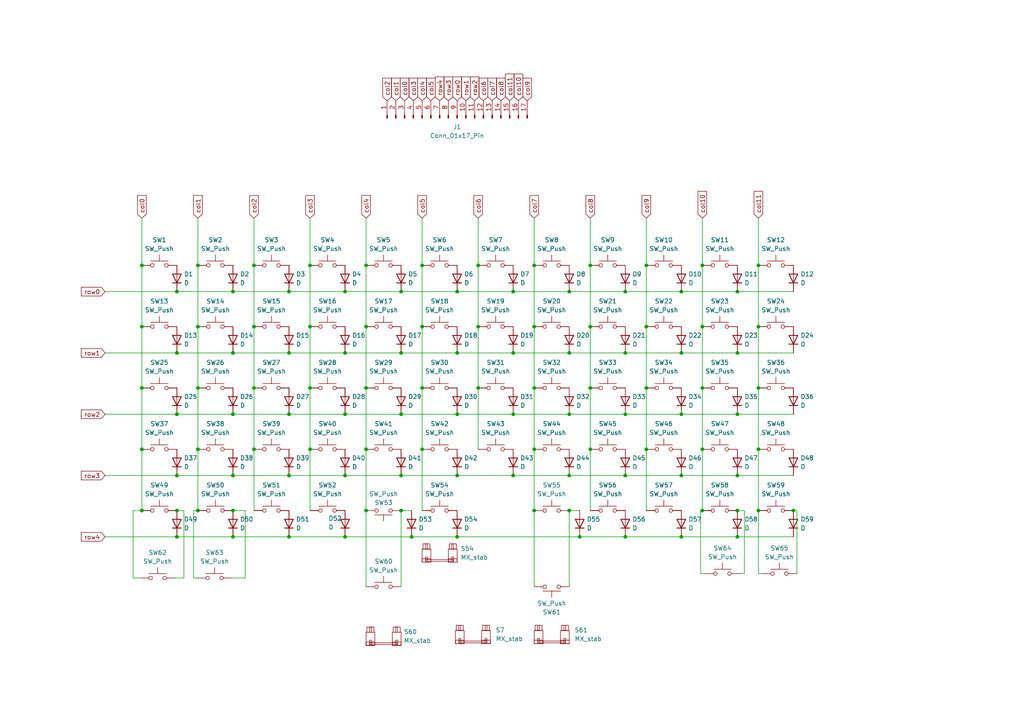
<source format=kicad_sch>
(kicad_sch (version 20231120) (generator "eeschema") (generator_version "8.0")
  (paper "A4")
  (title_block (title "Form Zero") (rev "0.1"))
  (junction (at 106.172 112.522))
  (junction (at 213.868 102.362))
  (junction (at 197.612 102.362))
  (junction (at 57.404 94.742))
  (junction (at 122.428 112.522))
  (junction (at 57.404 148.082))
  (junction (at 100.076 137.922))
  (junction (at 165.1 84.582))
  (junction (at 171.196 94.742))
  (junction (at 122.428 130.302))
  (junction (at 73.66 112.522))
  (junction (at 138.684 112.522))
  (junction (at 181.356 84.582))
  (junction (at 73.66 130.302))
  (junction (at 73.66 76.962))
  (junction (at 89.916 130.302))
  (junction (at 171.196 130.302))
  (junction (at 73.66 94.742))
  (junction (at 203.708 112.522))
  (junction (at 116.332 102.362))
  (junction (at 67.564 102.362))
  (junction (at 100.076 155.702))
  (junction (at 187.452 130.302))
  (junction (at 83.82 155.702))
  (junction (at 51.308 137.922))
  (junction (at 106.172 130.302))
  (junction (at 116.332 137.922))
  (junction (at 41.148 94.742))
  (junction (at 132.588 155.702))
  (junction (at 197.612 84.582))
  (junction (at 181.356 155.702))
  (junction (at 67.564 148.082))
  (junction (at 132.588 137.922))
  (junction (at 219.964 148.082))
  (junction (at 67.564 84.582))
  (junction (at 106.172 76.962))
  (junction (at 181.356 102.362))
  (junction (at 197.612 155.702))
  (junction (at 132.588 102.362))
  (junction (at 148.844 120.142))
  (junction (at 187.452 112.522))
  (junction (at 51.308 84.582))
  (junction (at 171.196 112.522))
  (junction (at 187.452 94.742))
  (junction (at 154.94 94.742))
  (junction (at 165.1 102.362))
  (junction (at 148.844 102.362))
  (junction (at 203.708 148.082))
  (junction (at 106.172 94.742))
  (junction (at 100.076 120.142))
  (junction (at 187.452 76.962))
  (junction (at 106.172 148.082))
  (junction (at 181.356 137.922))
  (junction (at 138.684 76.962))
  (junction (at 219.964 112.522))
  (junction (at 116.332 148.082))
  (junction (at 213.868 84.582))
  (junction (at 116.332 84.582))
  (junction (at 203.708 94.742))
  (junction (at 57.404 112.522))
  (junction (at 138.684 94.742))
  (junction (at 165.1 120.142))
  (junction (at 51.308 148.082))
  (junction (at 67.564 120.142))
  (junction (at 51.308 102.362))
  (junction (at 57.404 76.962))
  (junction (at 154.94 112.522))
  (junction (at 154.94 130.302))
  (junction (at 213.868 137.922))
  (junction (at 41.148 148.082))
  (junction (at 67.564 155.702))
  (junction (at 100.076 84.582))
  (junction (at 168.148 155.702))
  (junction (at 230.124 148.082))
  (junction (at 171.196 76.962))
  (junction (at 100.076 102.362))
  (junction (at 122.428 76.962))
  (junction (at 219.964 76.962))
  (junction (at 219.964 94.742))
  (junction (at 51.308 155.702))
  (junction (at 154.94 148.082))
  (junction (at 148.844 137.922))
  (junction (at 83.82 137.922))
  (junction (at 41.148 130.302))
  (junction (at 213.868 148.082))
  (junction (at 132.588 84.582))
  (junction (at 89.916 76.962))
  (junction (at 41.148 112.522))
  (junction (at 57.404 130.302))
  (junction (at 51.308 120.142))
  (junction (at 83.82 84.582))
  (junction (at 122.428 94.742))
  (junction (at 181.356 120.142))
  (junction (at 89.916 94.742))
  (junction (at 89.916 112.522))
  (junction (at 119.38 155.702))
  (junction (at 203.708 76.962))
  (junction (at 213.868 155.702))
  (junction (at 41.148 76.962))
  (junction (at 83.82 102.362))
  (junction (at 219.964 130.302))
  (junction (at 197.612 120.142))
  (junction (at 213.868 120.142))
  (junction (at 67.564 137.922))
  (junction (at 148.844 84.582))
  (junction (at 154.94 76.962))
  (junction (at 116.332 120.142))
  (junction (at 203.708 130.302))
  (junction (at 83.82 120.142))
  (junction (at 165.1 137.922))
  (junction (at 197.612 137.922))
  (junction (at 132.588 120.142))
  (junction (at 165.1 148.082))
  (wire (pts (xy 187.452 76.962) (xy 187.452 94.742)))
  (wire (pts (xy 231.14 166.37) (xy 231.14 148.082)))
  (wire (pts (xy 83.82 155.702) (xy 100.076 155.702)))
  (wire (pts (xy 57.404 76.962) (xy 57.404 94.742)))
  (wire (pts (xy 138.684 94.742) (xy 138.684 112.522)))
  (wire (pts (xy 89.916 112.522) (xy 89.916 130.302)))
  (wire (pts (xy 106.172 112.522) (xy 106.172 130.302)))
  (wire (pts (xy 56.134 148.082) (xy 57.404 148.082)))
  (wire (pts (xy 67.564 155.702) (xy 83.82 155.702)))
  (wire (pts (xy 67.564 120.142) (xy 83.82 120.142)))
  (wire (pts (xy 53.34 148.082) (xy 51.308 148.082)))
  (wire (pts (xy 67.564 102.362) (xy 83.82 102.362)))
  (wire (pts (xy 106.172 63.246) (xy 106.172 76.962)))
  (wire (pts (xy 106.172 130.302) (xy 106.172 148.082)))
  (wire (pts (xy 73.66 130.302) (xy 73.66 148.082)))
  (wire (pts (xy 215.9 148.082) (xy 215.9 166.37)))
  (wire (pts (xy 67.564 84.582) (xy 83.82 84.582)))
  (wire (pts (xy 138.684 76.962) (xy 138.684 94.742)))
  (wire (pts (xy 73.66 112.522) (xy 73.66 130.302)))
  (wire (pts (xy 231.14 148.082) (xy 230.124 148.082)))
  (wire (pts (xy 148.844 120.142) (xy 165.1 120.142)))
  (wire (pts (xy 38.608 167.64) (xy 40.64 167.64)))
  (wire (pts (xy 203.708 130.302) (xy 203.708 148.082)))
  (wire (pts (xy 83.82 120.142) (xy 100.076 120.142)))
  (wire (pts (xy 171.196 63.246) (xy 171.196 76.962)))
  (wire (pts (xy 30.48 137.922) (xy 51.308 137.922)))
  (wire (pts (xy 132.588 155.702) (xy 168.148 155.702)))
  (wire (pts (xy 203.2 148.082) (xy 203.2 166.37)))
  (wire (pts (xy 168.148 148.082) (xy 165.1 148.082)))
  (wire (pts (xy 83.82 84.582) (xy 100.076 84.582)))
  (wire (pts (xy 168.148 155.702) (xy 181.356 155.702)))
  (wire (pts (xy 53.34 167.64) (xy 50.8 167.64)))
  (wire (pts (xy 197.612 84.582) (xy 213.868 84.582)))
  (wire (pts (xy 154.94 148.082) (xy 154.94 170.18)))
  (wire (pts (xy 187.452 112.522) (xy 187.452 130.302)))
  (wire (pts (xy 203.708 112.522) (xy 203.708 130.302)))
  (wire (pts (xy 71.12 167.64) (xy 67.31 167.64)))
  (wire (pts (xy 214.63 166.37) (xy 215.9 166.37)))
  (wire (pts (xy 181.356 137.922) (xy 197.612 137.922)))
  (wire (pts (xy 219.964 76.962) (xy 219.964 94.742)))
  (wire (pts (xy 71.12 148.082) (xy 67.564 148.082)))
  (wire (pts (xy 119.38 155.702) (xy 132.588 155.702)))
  (wire (pts (xy 73.66 63.246) (xy 73.66 76.962)))
  (wire (pts (xy 203.708 63.246) (xy 203.708 76.962)))
  (wire (pts (xy 116.332 137.922) (xy 132.588 137.922)))
  (wire (pts (xy 100.076 84.582) (xy 116.332 84.582)))
  (wire (pts (xy 30.48 84.582) (xy 51.308 84.582)))
  (wire (pts (xy 41.148 76.962) (xy 41.148 94.742)))
  (wire (pts (xy 57.404 94.742) (xy 57.404 112.522)))
  (wire (pts (xy 116.332 148.082) (xy 119.38 148.082)))
  (wire (pts (xy 30.48 102.362) (xy 51.308 102.362)))
  (wire (pts (xy 41.148 63.246) (xy 41.148 76.962)))
  (wire (pts (xy 213.868 84.582) (xy 230.124 84.582)))
  (wire (pts (xy 187.452 130.302) (xy 187.452 148.082)))
  (wire (pts (xy 116.332 84.582) (xy 132.588 84.582)))
  (wire (pts (xy 219.964 63.246) (xy 219.964 76.962)))
  (wire (pts (xy 89.916 63.246) (xy 89.916 76.962)))
  (wire (pts (xy 203.708 148.082) (xy 203.2 148.082)))
  (wire (pts (xy 89.916 130.302) (xy 89.916 148.082)))
  (wire (pts (xy 122.428 130.302) (xy 122.428 148.082)))
  (wire (pts (xy 89.916 94.742) (xy 89.916 112.522)))
  (wire (pts (xy 116.332 102.362) (xy 132.588 102.362)))
  (wire (pts (xy 53.34 167.64) (xy 53.34 148.082)))
  (wire (pts (xy 187.452 63.246) (xy 187.452 76.962)))
  (wire (pts (xy 51.308 155.702) (xy 67.564 155.702)))
  (wire (pts (xy 138.684 112.522) (xy 138.684 130.302)))
  (wire (pts (xy 100.076 120.142) (xy 116.332 120.142)))
  (wire (pts (xy 38.608 148.082) (xy 41.148 148.082)))
  (wire (pts (xy 83.82 137.922) (xy 100.076 137.922)))
  (wire (pts (xy 148.844 84.582) (xy 165.1 84.582)))
  (wire (pts (xy 51.308 102.362) (xy 67.564 102.362)))
  (wire (pts (xy 219.964 166.37) (xy 220.98 166.37)))
  (wire (pts (xy 213.868 120.142) (xy 230.124 120.142)))
  (wire (pts (xy 30.48 120.142) (xy 51.308 120.142)))
  (wire (pts (xy 181.356 102.362) (xy 197.612 102.362)))
  (wire (pts (xy 154.94 76.962) (xy 154.94 94.742)))
  (wire (pts (xy 181.356 84.582) (xy 197.612 84.582)))
  (wire (pts (xy 57.404 63.246) (xy 57.404 76.962)))
  (wire (pts (xy 165.1 84.582) (xy 181.356 84.582)))
  (wire (pts (xy 132.588 120.142) (xy 148.844 120.142)))
  (wire (pts (xy 106.172 148.082) (xy 106.172 170.18)))
  (wire (pts (xy 100.076 155.702) (xy 119.38 155.702)))
  (wire (pts (xy 219.964 148.082) (xy 219.964 166.37)))
  (wire (pts (xy 100.076 102.362) (xy 116.332 102.362)))
  (wire (pts (xy 132.588 84.582) (xy 148.844 84.582)))
  (wire (pts (xy 213.868 137.922) (xy 230.124 137.922)))
  (wire (pts (xy 73.66 76.962) (xy 73.66 94.742)))
  (wire (pts (xy 83.82 102.362) (xy 100.076 102.362)))
  (wire (pts (xy 106.172 94.742) (xy 106.172 112.522)))
  (wire (pts (xy 57.404 112.522) (xy 57.404 130.302)))
  (wire (pts (xy 38.608 148.082) (xy 38.608 167.64)))
  (wire (pts (xy 116.332 120.142) (xy 132.588 120.142)))
  (wire (pts (xy 122.428 94.742) (xy 122.428 112.522)))
  (wire (pts (xy 171.196 112.522) (xy 171.196 130.302)))
  (wire (pts (xy 165.1 102.362) (xy 181.356 102.362)))
  (wire (pts (xy 41.148 112.522) (xy 41.148 130.302)))
  (wire (pts (xy 30.48 155.702) (xy 51.308 155.702)))
  (wire (pts (xy 56.134 148.082) (xy 56.134 167.64)))
  (wire (pts (xy 171.196 130.302) (xy 171.196 148.082)))
  (wire (pts (xy 187.452 94.742) (xy 187.452 112.522)))
  (wire (pts (xy 138.684 63.246) (xy 138.684 76.962)))
  (wire (pts (xy 51.308 84.582) (xy 67.564 84.582)))
  (wire (pts (xy 148.844 137.922) (xy 165.1 137.922)))
  (wire (pts (xy 100.076 137.922) (xy 116.332 137.922)))
  (wire (pts (xy 122.428 63.246) (xy 122.428 76.962)))
  (wire (pts (xy 106.172 76.962) (xy 106.172 94.742)))
  (wire (pts (xy 89.916 76.962) (xy 89.916 94.742)))
  (wire (pts (xy 219.964 94.742) (xy 219.964 112.522)))
  (wire (pts (xy 67.564 137.922) (xy 83.82 137.922)))
  (wire (pts (xy 165.1 120.142) (xy 181.356 120.142)))
  (wire (pts (xy 122.428 112.522) (xy 122.428 130.302)))
  (wire (pts (xy 219.964 130.302) (xy 219.964 148.082)))
  (wire (pts (xy 154.94 63.246) (xy 154.94 76.962)))
  (wire (pts (xy 203.708 94.742) (xy 203.708 112.522)))
  (wire (pts (xy 154.94 112.522) (xy 154.94 130.302)))
  (wire (pts (xy 197.612 137.922) (xy 213.868 137.922)))
  (wire (pts (xy 148.844 102.362) (xy 165.1 102.362)))
  (wire (pts (xy 154.94 130.302) (xy 154.94 148.082)))
  (wire (pts (xy 73.66 94.742) (xy 73.66 112.522)))
  (wire (pts (xy 181.356 155.702) (xy 197.612 155.702)))
  (wire (pts (xy 197.612 102.362) (xy 213.868 102.362)))
  (wire (pts (xy 41.148 130.302) (xy 41.148 148.082)))
  (wire (pts (xy 197.612 120.142) (xy 213.868 120.142)))
  (wire (pts (xy 203.708 76.962) (xy 203.708 94.742)))
  (wire (pts (xy 171.196 94.742) (xy 171.196 112.522)))
  (wire (pts (xy 57.404 130.302) (xy 57.404 148.082)))
  (wire (pts (xy 71.12 167.64) (xy 71.12 148.082)))
  (wire (pts (xy 51.308 120.142) (xy 67.564 120.142)))
  (wire (pts (xy 181.356 120.142) (xy 197.612 120.142)))
  (wire (pts (xy 122.428 76.962) (xy 122.428 94.742)))
  (wire (pts (xy 56.134 167.64) (xy 57.15 167.64)))
  (wire (pts (xy 116.332 148.082) (xy 116.332 170.18)))
  (wire (pts (xy 213.868 148.082) (xy 215.9 148.082)))
  (wire (pts (xy 213.868 102.362) (xy 230.124 102.362)))
  (wire (pts (xy 132.588 102.362) (xy 148.844 102.362)))
  (wire (pts (xy 132.588 137.922) (xy 148.844 137.922)))
  (wire (pts (xy 165.1 137.922) (xy 181.356 137.922)))
  (wire (pts (xy 171.196 76.962) (xy 171.196 94.742)))
  (wire (pts (xy 197.612 155.702) (xy 213.868 155.702)))
  (wire (pts (xy 154.94 94.742) (xy 154.94 112.522)))
  (wire (pts (xy 51.308 137.922) (xy 67.564 137.922)))
  (wire (pts (xy 165.1 148.082) (xy 165.1 170.18)))
  (wire (pts (xy 219.964 112.522) (xy 219.964 130.302)))
  (wire (pts (xy 41.148 94.742) (xy 41.148 112.522)))
  (wire (pts (xy 203.2 166.37) (xy 204.47 166.37)))
  (wire (pts (xy 213.868 155.702) (xy 230.124 155.702)))
  (global_label "col6" (shape input) (at 140.208 29.21 90) (property "Intersheetrefs" "${INTERSHEET_REFS}" (effects (hide yes))))
  (global_label "col9" (shape input) (at 187.452 63.246 90) (property "Intersheetrefs" "${INTERSHEET_REFS}" (effects (hide yes))))
  (global_label "col8" (shape input) (at 171.196 63.246 90) (property "Intersheetrefs" "${INTERSHEET_REFS}" (effects (hide yes))))
  (global_label "col3" (shape input) (at 119.888 29.21 90) (property "Intersheetrefs" "${INTERSHEET_REFS}" (effects (hide yes))))
  (global_label "col1" (shape input) (at 114.808 29.21 90) (property "Intersheetrefs" "${INTERSHEET_REFS}" (effects (hide yes))))
  (global_label "row4" (shape input) (at 127.508 29.21 90) (property "Intersheetrefs" "${INTERSHEET_REFS}" (effects (hide yes))))
  (global_label "row2" (shape input) (at 30.48 120.142 180) (property "Intersheetrefs" "${INTERSHEET_REFS}" (effects (hide yes))))
  (global_label "row0" (shape input) (at 30.48 84.582 180) (property "Intersheetrefs" "${INTERSHEET_REFS}" (effects (hide yes))))
  (global_label "col0" (shape input) (at 117.348 29.21 90) (property "Intersheetrefs" "${INTERSHEET_REFS}" (effects (hide yes))))
  (global_label "col4" (shape input) (at 122.428 29.21 90) (property "Intersheetrefs" "${INTERSHEET_REFS}" (effects (hide yes))))
  (global_label "col1" (shape input) (at 57.404 63.246 90) (property "Intersheetrefs" "${INTERSHEET_REFS}" (effects (hide yes))))
  (global_label "col10" (shape input) (at 150.368 29.21 90) (property "Intersheetrefs" "${INTERSHEET_REFS}" (effects (hide yes))))
  (global_label "col9" (shape input) (at 152.908 29.21 90) (property "Intersheetrefs" "${INTERSHEET_REFS}" (effects (hide yes))))
  (global_label "col2" (shape input) (at 73.66 63.246 90) (property "Intersheetrefs" "${INTERSHEET_REFS}" (effects (hide yes))))
  (global_label "col11" (shape input) (at 147.828 29.21 90) (property "Intersheetrefs" "${INTERSHEET_REFS}" (effects (hide yes))))
  (global_label "col7" (shape input) (at 154.94 63.246 90) (property "Intersheetrefs" "${INTERSHEET_REFS}" (effects (hide yes))))
  (global_label "col8" (shape input) (at 145.288 29.21 90) (property "Intersheetrefs" "${INTERSHEET_REFS}" (effects (hide yes))))
  (global_label "row0" (shape input) (at 132.588 29.21 90) (property "Intersheetrefs" "${INTERSHEET_REFS}" (effects (hide yes))))
  (global_label "col5" (shape input) (at 122.428 63.246 90) (property "Intersheetrefs" "${INTERSHEET_REFS}" (effects (hide yes))))
  (global_label "row1" (shape input) (at 135.128 29.21 90) (property "Intersheetrefs" "${INTERSHEET_REFS}" (effects (hide yes))))
  (global_label "col10" (shape input) (at 203.708 63.246 90) (property "Intersheetrefs" "${INTERSHEET_REFS}" (effects (hide yes))))
  (global_label "row3" (shape input) (at 130.048 29.21 90) (property "Intersheetrefs" "${INTERSHEET_REFS}" (effects (hide yes))))
  (global_label "col6" (shape input) (at 138.684 63.246 90) (property "Intersheetrefs" "${INTERSHEET_REFS}" (effects (hide yes))))
  (global_label "col0" (shape input) (at 41.148 63.246 90) (property "Intersheetrefs" "${INTERSHEET_REFS}" (effects (hide yes))))
  (global_label "col3" (shape input) (at 89.916 63.246 90) (property "Intersheetrefs" "${INTERSHEET_REFS}" (effects (hide yes))))
  (global_label "row2" (shape input) (at 137.668 29.21 90) (property "Intersheetrefs" "${INTERSHEET_REFS}" (effects (hide yes))))
  (global_label "col2" (shape input) (at 112.268 29.21 90) (property "Intersheetrefs" "${INTERSHEET_REFS}" (effects (hide yes))))
  (global_label "col11" (shape input) (at 219.964 63.246 90) (property "Intersheetrefs" "${INTERSHEET_REFS}" (effects (hide yes))))
  (global_label "col4" (shape input) (at 106.172 63.246 90) (property "Intersheetrefs" "${INTERSHEET_REFS}" (effects (hide yes))))
  (global_label "row4" (shape input) (at 30.48 155.702 180) (property "Intersheetrefs" "${INTERSHEET_REFS}" (effects (hide yes))))
  (global_label "col7" (shape input) (at 142.748 29.21 90) (property "Intersheetrefs" "${INTERSHEET_REFS}" (effects (hide yes))))
  (global_label "row1" (shape input) (at 30.48 102.362 180) (property "Intersheetrefs" "${INTERSHEET_REFS}" (effects (hide yes))))
  (global_label "row3" (shape input) (at 30.48 137.922 180) (property "Intersheetrefs" "${INTERSHEET_REFS}" (effects (hide yes))))
  (global_label "col5" (shape input) (at 124.968 29.21 90) (property "Intersheetrefs" "${INTERSHEET_REFS}" (effects (hide yes))))
  (symbol (lib_id "Device:D") (at 132.588 116.332 90) (unit 1)
    (property "Reference" "D30" (at 134.62 115.062 90) (effects (justify right)))
    (property "Value" "D" (at 134.62 117.602 90) (effects (justify right)))
    (property "Footprint" "kbd:D3_TH_SMD_v2" (effects (hide yes)))
    (property "Sim.Device" "D" (effects (hide yes)))
    (property "Sim.Pins" "1=K 2=A" (effects (hide yes)))
  )
  (symbol (lib_id "Switch:SW_Push") (at 78.74 94.742 0) (unit 1)
    (property "Reference" "SW15" (at 78.74 87.376 0))
    (property "Value" "SW_Push" (at 78.74 89.916 0))
    (property "Footprint" "marbastlib-mx:SW_MX_HS_CPG151101S11_1u" (effects (hide yes)))
  )
  (symbol (lib_id "Device:D") (at 230.124 98.552 90) (unit 1)
    (property "Reference" "D24" (at 232.156 97.282 90) (effects (justify right)))
    (property "Value" "D" (at 232.156 99.822 90) (effects (justify right)))
    (property "Footprint" "kbd:D3_TH_SMD_v2" (effects (hide yes)))
    (property "Sim.Device" "D" (effects (hide yes)))
    (property "Sim.Pins" "1=K 2=A" (effects (hide yes)))
  )
  (symbol (lib_id "Device:D") (at 83.82 151.892 90) (unit 1)
    (property "Reference" "D51" (at 85.852 150.622 90) (effects (justify right)))
    (property "Value" "D" (at 85.852 153.162 90) (effects (justify right)))
    (property "Footprint" "kbd:D3_TH_SMD_v2" (effects (hide yes)))
    (property "Sim.Device" "D" (effects (hide yes)))
    (property "Sim.Pins" "1=K 2=A" (effects (hide yes)))
  )
  (symbol (lib_id "Switch:SW_Push") (at 176.276 76.962 0) (unit 1)
    (property "Reference" "SW9" (at 176.276 69.596 0))
    (property "Value" "SW_Push" (at 176.276 72.136 0))
    (property "Footprint" "marbastlib-mx:SW_MX_HS_CPG151101S11_1u" (effects (hide yes)))
  )
  (symbol (lib_id "Device:D") (at 83.82 116.332 90) (unit 1)
    (property "Reference" "D27" (at 85.852 115.062 90) (effects (justify right)))
    (property "Value" "D" (at 85.852 117.602 90) (effects (justify right)))
    (property "Footprint" "kbd:D3_TH_SMD_v2" (effects (hide yes)))
    (property "Sim.Device" "D" (effects (hide yes)))
    (property "Sim.Pins" "1=K 2=A" (effects (hide yes)))
  )
  (symbol (lib_id "Device:D") (at 213.868 151.892 90) (unit 1)
    (property "Reference" "D58" (at 215.9 150.622 90) (effects (justify right)))
    (property "Value" "D" (at 215.9 153.162 90) (effects (justify right)))
    (property "Footprint" "kbd:D3_TH_SMD_v2" (effects (hide yes)))
    (property "Sim.Device" "D" (effects (hide yes)))
    (property "Sim.Pins" "1=K 2=A" (effects (hide yes)))
  )
  (symbol (lib_id "Switch:SW_Push") (at 46.228 76.962 0) (unit 1)
    (property "Reference" "SW1" (at 46.228 69.596 0))
    (property "Value" "SW_Push" (at 46.228 72.136 0))
    (property "Footprint" "marbastlib-mx:SW_MX_HS_CPG151101S11_1u" (effects (hide yes)))
  )
  (symbol (lib_id "Device:D") (at 100.076 116.332 90) (unit 1)
    (property "Reference" "D28" (at 102.108 115.062 90) (effects (justify right)))
    (property "Value" "D" (at 102.108 117.602 90) (effects (justify right)))
    (property "Footprint" "kbd:D3_TH_SMD_v2" (effects (hide yes)))
    (property "Sim.Device" "D" (effects (hide yes)))
    (property "Sim.Pins" "1=K 2=A" (effects (hide yes)))
  )
  (symbol (lib_id "Switch:SW_Push") (at 192.532 148.082 0) (unit 1)
    (property "Reference" "SW57" (at 192.532 140.716 0))
    (property "Value" "SW_Push" (at 192.532 143.256 0))
    (property "Footprint" "marbastlib-mx:SW_MX_HS_CPG151101S11_1u" (effects (hide yes)))
  )
  (symbol (lib_id "Device:D") (at 67.564 116.332 90) (unit 1)
    (property "Reference" "D26" (at 69.596 115.062 90) (effects (justify right)))
    (property "Value" "D" (at 69.596 117.602 90) (effects (justify right)))
    (property "Footprint" "kbd:D3_TH_SMD_v2" (effects (hide yes)))
    (property "Sim.Device" "D" (effects (hide yes)))
    (property "Sim.Pins" "1=K 2=A" (effects (hide yes)))
  )
  (symbol (lib_id "Device:D") (at 132.588 134.112 90) (unit 1)
    (property "Reference" "D42" (at 134.62 132.842 90) (effects (justify right)))
    (property "Value" "D" (at 134.62 135.382 90) (effects (justify right)))
    (property "Footprint" "kbd:D3_TH_SMD_v2" (effects (hide yes)))
    (property "Sim.Device" "D" (effects (hide yes)))
    (property "Sim.Pins" "1=K 2=A" (effects (hide yes)))
  )
  (symbol (lib_id "Switch:SW_Push") (at 94.996 148.082 0) (unit 1)
    (property "Reference" "SW52" (at 94.996 140.716 0))
    (property "Value" "SW_Push" (at 94.996 143.256 0))
    (property "Footprint" "marbastlib-mx:SW_MX_HS_CPG151101S11_1u" (effects (hide yes)))
  )
  (symbol (lib_id "Device:D") (at 181.356 151.892 90) (unit 1)
    (property "Reference" "D56" (at 183.388 150.622 90) (effects (justify right)))
    (property "Value" "D" (at 183.388 153.162 90) (effects (justify right)))
    (property "Footprint" "kbd:D3_TH_SMD_v2" (effects (hide yes)))
    (property "Sim.Device" "D" (effects (hide yes)))
    (property "Sim.Pins" "1=K 2=A" (effects (hide yes)))
  )
  (symbol (lib_id "Switch:SW_Push") (at 160.02 76.962 0) (unit 1)
    (property "Reference" "SW8" (at 160.02 69.596 0))
    (property "Value" "SW_Push" (at 160.02 72.136 0))
    (property "Footprint" "marbastlib-mx:SW_MX_HS_CPG151101S11_1u" (effects (hide yes)))
  )
  (symbol (lib_id "Switch:SW_Push") (at 208.788 76.962 0) (unit 1)
    (property "Reference" "SW11" (at 208.788 69.596 0))
    (property "Value" "SW_Push" (at 208.788 72.136 0))
    (property "Footprint" "marbastlib-mx:SW_MX_HS_CPG151101S11_1u" (effects (hide yes)))
  )
  (symbol (lib_id "Switch:SW_Push") (at 111.252 170.18 0) (unit 1)
    (property "Reference" "SW60" (at 111.252 162.814 0))
    (property "Value" "SW_Push" (at 111.252 165.354 0))
    (property "Footprint" "marbastlib-mx:SW_MX_HS_CPG151101S11_1u" (effects (hide yes)))
  )
  (symbol (lib_id "Device:D") (at 148.844 116.332 90) (unit 1)
    (property "Reference" "D31" (at 150.876 115.062 90) (effects (justify right)))
    (property "Value" "D" (at 150.876 117.602 90) (effects (justify right)))
    (property "Footprint" "kbd:D3_TH_SMD_v2" (effects (hide yes)))
    (property "Sim.Device" "D" (effects (hide yes)))
    (property "Sim.Pins" "1=K 2=A" (effects (hide yes)))
  )
  (symbol (lib_id "Switch:SW_Push") (at 127.508 94.742 0) (unit 1)
    (property "Reference" "SW18" (at 127.508 87.376 0))
    (property "Value" "SW_Push" (at 127.508 89.916 0))
    (property "Footprint" "marbastlib-mx:SW_MX_HS_CPG151101S11_1u" (effects (hide yes)))
  )
  (symbol (lib_id "Device:D") (at 197.612 116.332 90) (unit 1)
    (property "Reference" "D34" (at 199.644 115.062 90) (effects (justify right)))
    (property "Value" "D" (at 199.644 117.602 90) (effects (justify right)))
    (property "Footprint" "kbd:D3_TH_SMD_v2" (effects (hide yes)))
    (property "Sim.Device" "D" (effects (hide yes)))
    (property "Sim.Pins" "1=K 2=A" (effects (hide yes)))
  )
  (symbol (lib_id "Switch:SW_Push") (at 62.484 130.302 0) (unit 1)
    (property "Reference" "SW38" (at 62.484 122.936 0))
    (property "Value" "SW_Push" (at 62.484 125.476 0))
    (property "Footprint" "marbastlib-mx:SW_MX_HS_CPG151101S11_1u" (effects (hide yes)))
  )
  (symbol (lib_id "Device:D") (at 213.868 116.332 90) (unit 1)
    (property "Reference" "D35" (at 215.9 115.062 90) (effects (justify right)))
    (property "Value" "D" (at 215.9 117.602 90) (effects (justify right)))
    (property "Footprint" "kbd:D3_TH_SMD_v2" (effects (hide yes)))
    (property "Sim.Device" "D" (effects (hide yes)))
    (property "Sim.Pins" "1=K 2=A" (effects (hide yes)))
  )
  (symbol (lib_id "Switch:SW_Push") (at 192.532 112.522 0) (unit 1)
    (property "Reference" "SW34" (at 192.532 105.156 0))
    (property "Value" "SW_Push" (at 192.532 107.696 0))
    (property "Footprint" "marbastlib-mx:SW_MX_HS_CPG151101S11_1u" (effects (hide yes)))
  )
  (symbol (lib_id "Switch:SW_Push") (at 192.532 94.742 0) (unit 1)
    (property "Reference" "SW22" (at 192.532 87.376 0))
    (property "Value" "SW_Push" (at 192.532 89.916 0))
    (property "Footprint" "marbastlib-mx:SW_MX_HS_CPG151101S11_1u" (effects (hide yes)))
  )
  (symbol (lib_id "Switch:SW_Push") (at 209.55 166.37 0) (unit 1)
    (property "Reference" "SW64" (at 209.55 159.004 0))
    (property "Value" "SW_Push" (at 209.55 161.544 0))
    (property "Footprint" "PCM_marbastlib-mx:SW_MX_HS_CPG151101S11_1.25u" (effects (hide yes)))
  )
  (symbol (lib_id "Device:D") (at 148.844 134.112 90) (unit 1)
    (property "Reference" "D43" (at 150.876 132.842 90) (effects (justify right)))
    (property "Value" "D" (at 150.876 135.382 90) (effects (justify right)))
    (property "Footprint" "kbd:D3_TH_SMD_v2" (effects (hide yes)))
    (property "Sim.Device" "D" (effects (hide yes)))
    (property "Sim.Pins" "1=K 2=A" (effects (hide yes)))
  )
  (symbol (lib_id "Switch:SW_Push") (at 78.74 148.082 0) (unit 1)
    (property "Reference" "SW51" (at 78.74 140.716 0))
    (property "Value" "SW_Push" (at 78.74 143.256 0))
    (property "Footprint" "marbastlib-mx:SW_MX_HS_CPG151101S11_1u" (effects (hide yes)))
  )
  (symbol (lib_id "Device:D") (at 100.076 151.892 90) (unit 1)
    (property "Reference" "D52" (at 95.25 150.368 90) (effects (justify right)))
    (property "Value" "D" (at 95.25 152.908 90) (effects (justify right)))
    (property "Footprint" "kbd:D3_TH_SMD_v2" (effects (hide yes)))
    (property "Sim.Device" "D" (effects (hide yes)))
    (property "Sim.Pins" "1=K 2=A" (effects (hide yes)))
  )
  (symbol (lib_id "Switch:SW_Push") (at 127.508 148.082 0) (unit 1)
    (property "Reference" "SW54" (at 127.508 140.716 0))
    (property "Value" "SW_Push" (at 127.508 143.256 0))
    (property "Footprint" "marbastlib-mx:SW_MX_HS_CPG151101S11_1u" (effects (hide yes)))
  )
  (symbol (lib_id "Device:D") (at 116.332 80.772 90) (unit 1)
    (property "Reference" "D5" (at 118.364 79.502 90) (effects (justify right)))
    (property "Value" "D" (at 118.364 82.042 90) (effects (justify right)))
    (property "Footprint" "kbd:D3_TH_SMD_v2" (effects (hide yes)))
    (property "Sim.Device" "D" (effects (hide yes)))
    (property "Sim.Pins" "1=K 2=A" (effects (hide yes)))
  )
  (symbol (lib_id "Switch:SW_Push") (at 127.508 112.522 0) (unit 1)
    (property "Reference" "SW30" (at 127.508 105.156 0))
    (property "Value" "SW_Push" (at 127.508 107.696 0))
    (property "Footprint" "marbastlib-mx:SW_MX_HS_CPG151101S11_1u" (effects (hide yes)))
  )
  (symbol (lib_id "Switch:SW_Push") (at 111.252 148.082 180) (unit 1)
    (property "Reference" "SW53" (at 111.252 145.796 0))
    (property "Value" "SW_Push" (at 111.252 143.256 0))
    (property "Footprint" "marbastlib-mx:SW_MX_HS_CPG151101S11_1u" (effects (hide yes)))
  )
  (symbol (lib_id "Device:D") (at 165.1 134.112 90) (unit 1)
    (property "Reference" "D44" (at 167.132 132.842 90) (effects (justify right)))
    (property "Value" "D" (at 167.132 135.382 90) (effects (justify right)))
    (property "Footprint" "kbd:D3_TH_SMD_v2" (effects (hide yes)))
    (property "Sim.Device" "D" (effects (hide yes)))
    (property "Sim.Pins" "1=K 2=A" (effects (hide yes)))
  )
  (symbol (lib_id "Switch:SW_Push") (at 225.044 148.082 0) (unit 1)
    (property "Reference" "SW59" (at 225.044 140.716 0))
    (property "Value" "SW_Push" (at 225.044 143.256 0))
    (property "Footprint" "marbastlib-mx:SW_MX_HS_CPG151101S11_1u" (effects (hide yes)))
  )
  (symbol (lib_id "Switch:SW_Push") (at 94.996 130.302 0) (unit 1)
    (property "Reference" "SW40" (at 94.996 122.936 0))
    (property "Value" "SW_Push" (at 94.996 125.476 0))
    (property "Footprint" "marbastlib-mx:SW_MX_HS_CPG151101S11_1u" (effects (hide yes)))
  )
  (symbol (lib_id "Device:D") (at 181.356 80.772 90) (unit 1)
    (property "Reference" "D9" (at 183.388 79.502 90) (effects (justify right)))
    (property "Value" "D" (at 183.388 82.042 90) (effects (justify right)))
    (property "Footprint" "kbd:D3_TH_SMD_v2" (effects (hide yes)))
    (property "Sim.Device" "D" (effects (hide yes)))
    (property "Sim.Pins" "1=K 2=A" (effects (hide yes)))
  )
  (symbol (lib_id "Device:D") (at 168.148 151.892 90) (unit 1)
    (property "Reference" "D55" (at 170.18 150.622 90) (effects (justify right)))
    (property "Value" "D" (at 170.18 153.162 90) (effects (justify right)))
    (property "Footprint" "kbd:D3_TH_SMD_v2" (effects (hide yes)))
    (property "Sim.Device" "D" (effects (hide yes)))
    (property "Sim.Pins" "1=K 2=A" (effects (hide yes)))
  )
  (symbol (lib_id "marbastlib-mx:MX_stab") (at 111.252 184.658 0) (unit 1)
    (property "Reference" "S60" (at 117.094 183.261 0) (effects (justify left)))
    (property "Value" "MX_stab" (at 117.094 185.801 0) (effects (justify left)))
    (property "Footprint" "marbastlib-mx:STAB_MX_2u" (effects (hide yes)))
  )
  (symbol (lib_id "Switch:SW_Push") (at 94.996 94.742 0) (unit 1)
    (property "Reference" "SW16" (at 94.996 87.376 0))
    (property "Value" "SW_Push" (at 94.996 89.916 0))
    (property "Footprint" "marbastlib-mx:SW_MX_HS_CPG151101S11_1u" (effects (hide yes)))
  )
  (symbol (lib_id "Switch:SW_Push") (at 62.484 112.522 0) (unit 1)
    (property "Reference" "SW26" (at 62.484 105.156 0))
    (property "Value" "SW_Push" (at 62.484 107.696 0))
    (property "Footprint" "marbastlib-mx:SW_MX_HS_CPG151101S11_1u" (effects (hide yes)))
  )
  (symbol (lib_id "Switch:SW_Push") (at 127.508 130.302 0) (unit 1)
    (property "Reference" "SW42" (at 127.508 122.936 0))
    (property "Value" "SW_Push" (at 127.508 125.476 0))
    (property "Footprint" "marbastlib-mx:SW_MX_HS_CPG151101S11_1u" (effects (hide yes)))
  )
  (symbol (lib_id "Switch:SW_Push") (at 143.764 112.522 0) (unit 1)
    (property "Reference" "SW31" (at 143.764 105.156 0))
    (property "Value" "SW_Push" (at 143.764 107.696 0))
    (property "Footprint" "marbastlib-mx:SW_MX_HS_CPG151101S11_1u" (effects (hide yes)))
  )
  (symbol (lib_id "Switch:SW_Push") (at 192.532 76.962 0) (unit 1)
    (property "Reference" "SW10" (at 192.532 69.596 0))
    (property "Value" "SW_Push" (at 192.532 72.136 0))
    (property "Footprint" "marbastlib-mx:SW_MX_HS_CPG151101S11_1u" (effects (hide yes)))
  )
  (symbol (lib_id "Switch:SW_Push") (at 45.72 167.64 0) (unit 1)
    (property "Reference" "SW62" (at 45.72 160.274 0))
    (property "Value" "SW_Push" (at 45.72 162.814 0))
    (property "Footprint" "PCM_marbastlib-mx:SW_MX_HS_CPG151101S11_1.25u" (effects (hide yes)))
  )
  (symbol (lib_id "Device:D") (at 197.612 151.892 90) (unit 1)
    (property "Reference" "D57" (at 199.644 150.622 90) (effects (justify right)))
    (property "Value" "D" (at 199.644 153.162 90) (effects (justify right)))
    (property "Footprint" "kbd:D3_TH_SMD_v2" (effects (hide yes)))
    (property "Sim.Device" "D" (effects (hide yes)))
    (property "Sim.Pins" "1=K 2=A" (effects (hide yes)))
  )
  (symbol (lib_id "Switch:SW_Push") (at 46.228 112.522 0) (unit 1)
    (property "Reference" "SW25" (at 46.228 105.156 0))
    (property "Value" "SW_Push" (at 46.228 107.696 0))
    (property "Footprint" "marbastlib-mx:SW_MX_HS_CPG151101S11_1u" (effects (hide yes)))
  )
  (symbol (lib_id "marbastlib-mx:MX_stab") (at 160.02 184.15 0) (unit 1)
    (property "Reference" "S61" (at 166.624 182.753 0) (effects (justify left)))
    (property "Value" "MX_stab" (at 166.624 185.293 0) (effects (justify left)))
    (property "Footprint" "marbastlib-mx:STAB_MX_2u" (effects (hide yes)))
  )
  (symbol (lib_id "Device:D") (at 181.356 98.552 90) (unit 1)
    (property "Reference" "D21" (at 183.388 97.282 90) (effects (justify right)))
    (property "Value" "D" (at 183.388 99.822 90) (effects (justify right)))
    (property "Footprint" "kbd:D3_TH_SMD_v2" (effects (hide yes)))
    (property "Sim.Device" "D" (effects (hide yes)))
    (property "Sim.Pins" "1=K 2=A" (effects (hide yes)))
  )
  (symbol (lib_id "Switch:SW_Push") (at 111.252 112.522 0) (unit 1)
    (property "Reference" "SW29" (at 111.252 105.156 0))
    (property "Value" "SW_Push" (at 111.252 107.696 0))
    (property "Footprint" "marbastlib-mx:SW_MX_HS_CPG151101S11_1u" (effects (hide yes)))
  )
  (symbol (lib_id "Device:D") (at 51.308 98.552 90) (unit 1)
    (property "Reference" "D13" (at 53.34 97.282 90) (effects (justify right)))
    (property "Value" "D" (at 53.34 99.822 90) (effects (justify right)))
    (property "Footprint" "kbd:D3_TH_SMD_v2" (effects (hide yes)))
    (property "Sim.Device" "D" (effects (hide yes)))
    (property "Sim.Pins" "1=K 2=A" (effects (hide yes)))
  )
  (symbol (lib_id "Device:D") (at 83.82 134.112 90) (unit 1)
    (property "Reference" "D39" (at 85.852 132.842 90) (effects (justify right)))
    (property "Value" "D" (at 85.852 135.382 90) (effects (justify right)))
    (property "Footprint" "kbd:D3_TH_SMD_v2" (effects (hide yes)))
    (property "Sim.Device" "D" (effects (hide yes)))
    (property "Sim.Pins" "1=K 2=A" (effects (hide yes)))
  )
  (symbol (lib_id "Switch:SW_Push") (at 78.74 112.522 0) (unit 1)
    (property "Reference" "SW27" (at 78.74 105.156 0))
    (property "Value" "SW_Push" (at 78.74 107.696 0))
    (property "Footprint" "marbastlib-mx:SW_MX_HS_CPG151101S11_1u" (effects (hide yes)))
  )
  (symbol (lib_id "Switch:SW_Push") (at 62.484 94.742 0) (unit 1)
    (property "Reference" "SW14" (at 62.484 87.376 0))
    (property "Value" "SW_Push" (at 62.484 89.916 0))
    (property "Footprint" "marbastlib-mx:SW_MX_HS_CPG151101S11_1u" (effects (hide yes)))
  )
  (symbol (lib_id "Switch:SW_Push") (at 111.252 94.742 0) (unit 1)
    (property "Reference" "SW17" (at 111.252 87.376 0))
    (property "Value" "SW_Push" (at 111.252 89.916 0))
    (property "Footprint" "marbastlib-mx:SW_MX_HS_CPG151101S11_1u" (effects (hide yes)))
  )
  (symbol (lib_id "Device:D") (at 132.588 98.552 90) (unit 1)
    (property "Reference" "D18" (at 134.62 97.282 90) (effects (justify right)))
    (property "Value" "D" (at 134.62 99.822 90) (effects (justify right)))
    (property "Footprint" "kbd:D3_TH_SMD_v2" (effects (hide yes)))
    (property "Sim.Device" "D" (effects (hide yes)))
    (property "Sim.Pins" "1=K 2=A" (effects (hide yes)))
  )
  (symbol (lib_id "Device:D") (at 230.124 116.332 90) (unit 1)
    (property "Reference" "D36" (at 232.156 115.062 90) (effects (justify right)))
    (property "Value" "D" (at 232.156 117.602 90) (effects (justify right)))
    (property "Footprint" "kbd:D3_TH_SMD_v2" (effects (hide yes)))
    (property "Sim.Device" "D" (effects (hide yes)))
    (property "Sim.Pins" "1=K 2=A" (effects (hide yes)))
  )
  (symbol (lib_id "Switch:SW_Push") (at 143.764 130.302 0) (unit 1)
    (property "Reference" "SW43" (at 143.764 122.936 0))
    (property "Value" "SW_Push" (at 143.764 125.476 0))
    (property "Footprint" "marbastlib-mx:SW_MX_HS_CPG151101S11_1u" (effects (hide yes)))
  )
  (symbol (lib_id "Device:D") (at 67.564 80.772 90) (unit 1)
    (property "Reference" "D2" (at 69.596 79.502 90) (effects (justify right)))
    (property "Value" "D" (at 69.596 82.042 90) (effects (justify right)))
    (property "Footprint" "kbd:D3_TH_SMD_v2" (effects (hide yes)))
    (property "Sim.Device" "D" (effects (hide yes)))
    (property "Sim.Pins" "1=K 2=A" (effects (hide yes)))
  )
  (symbol (lib_id "Device:D") (at 119.38 151.892 90) (unit 1)
    (property "Reference" "D53" (at 121.412 150.622 90) (effects (justify right)))
    (property "Value" "D" (at 121.412 153.162 90) (effects (justify right)))
    (property "Footprint" "kbd:D3_TH_SMD_v2" (effects (hide yes)))
    (property "Sim.Device" "D" (effects (hide yes)))
    (property "Sim.Pins" "1=K 2=A" (effects (hide yes)))
  )
  (symbol (lib_id "Switch:SW_Push") (at 225.044 112.522 0) (unit 1)
    (property "Reference" "SW36" (at 225.044 105.156 0))
    (property "Value" "SW_Push" (at 225.044 107.696 0))
    (property "Footprint" "marbastlib-mx:SW_MX_HS_CPG151101S11_1u" (effects (hide yes)))
  )
  (symbol (lib_id "Device:D") (at 116.332 134.112 90) (unit 1)
    (property "Reference" "D41" (at 118.364 132.842 90) (effects (justify right)))
    (property "Value" "D" (at 118.364 135.382 90) (effects (justify right)))
    (property "Footprint" "kbd:D3_TH_SMD_v2" (effects (hide yes)))
    (property "Sim.Device" "D" (effects (hide yes)))
    (property "Sim.Pins" "1=K 2=A" (effects (hide yes)))
  )
  (symbol (lib_id "Device:D") (at 132.588 151.892 90) (unit 1)
    (property "Reference" "D54" (at 134.62 150.622 90) (effects (justify right)))
    (property "Value" "D" (at 134.62 153.162 90) (effects (justify right)))
    (property "Footprint" "kbd:D3_TH_SMD_v2" (effects (hide yes)))
    (property "Sim.Device" "D" (effects (hide yes)))
    (property "Sim.Pins" "1=K 2=A" (effects (hide yes)))
  )
  (symbol (lib_id "Switch:SW_Push") (at 143.764 94.742 0) (unit 1)
    (property "Reference" "SW19" (at 143.764 87.376 0))
    (property "Value" "SW_Push" (at 143.764 89.916 0))
    (property "Footprint" "marbastlib-mx:SW_MX_HS_CPG151101S11_1u" (effects (hide yes)))
  )
  (symbol (lib_id "Switch:SW_Push") (at 225.044 76.962 0) (unit 1)
    (property "Reference" "SW12" (at 225.044 69.596 0))
    (property "Value" "SW_Push" (at 225.044 72.136 0))
    (property "Footprint" "marbastlib-mx:SW_MX_HS_CPG151101S11_1u" (effects (hide yes)))
  )
  (symbol (lib_id "Device:D") (at 197.612 80.772 90) (unit 1)
    (property "Reference" "D10" (at 199.644 79.502 90) (effects (justify right)))
    (property "Value" "D" (at 199.644 82.042 90) (effects (justify right)))
    (property "Footprint" "kbd:D3_TH_SMD_v2" (effects (hide yes)))
    (property "Sim.Device" "D" (effects (hide yes)))
    (property "Sim.Pins" "1=K 2=A" (effects (hide yes)))
  )
  (symbol (lib_id "Device:D") (at 181.356 116.332 90) (unit 1)
    (property "Reference" "D33" (at 183.388 115.062 90) (effects (justify right)))
    (property "Value" "D" (at 183.388 117.602 90) (effects (justify right)))
    (property "Footprint" "kbd:D3_TH_SMD_v2" (effects (hide yes)))
    (property "Sim.Device" "D" (effects (hide yes)))
    (property "Sim.Pins" "1=K 2=A" (effects (hide yes)))
  )
  (symbol (lib_id "Switch:SW_Push") (at 160.02 112.522 0) (unit 1)
    (property "Reference" "SW32" (at 160.02 105.156 0))
    (property "Value" "SW_Push" (at 160.02 107.696 0))
    (property "Footprint" "marbastlib-mx:SW_MX_HS_CPG151101S11_1u" (effects (hide yes)))
  )
  (symbol (lib_id "Switch:SW_Push") (at 62.23 167.64 0) (unit 1)
    (property "Reference" "SW63" (at 62.23 160.274 0))
    (property "Value" "SW_Push" (at 62.23 162.814 0))
    (property "Footprint" "PCM_marbastlib-mx:SW_MX_HS_CPG151101S11_1.25u" (effects (hide yes)))
  )
  (symbol (lib_id "Device:D") (at 148.844 98.552 90) (unit 1)
    (property "Reference" "D19" (at 150.876 97.282 90) (effects (justify right)))
    (property "Value" "D" (at 150.876 99.822 90) (effects (justify right)))
    (property "Footprint" "kbd:D3_TH_SMD_v2" (effects (hide yes)))
    (property "Sim.Device" "D" (effects (hide yes)))
    (property "Sim.Pins" "1=K 2=A" (effects (hide yes)))
  )
  (symbol (lib_id "Switch:SW_Push") (at 192.532 130.302 0) (unit 1)
    (property "Reference" "SW46" (at 192.532 122.936 0))
    (property "Value" "SW_Push" (at 192.532 125.476 0))
    (property "Footprint" "marbastlib-mx:SW_MX_HS_CPG151101S11_1u" (effects (hide yes)))
  )
  (symbol (lib_id "Device:D") (at 197.612 134.112 90) (unit 1)
    (property "Reference" "D46" (at 199.644 132.842 90) (effects (justify right)))
    (property "Value" "D" (at 199.644 135.382 90) (effects (justify right)))
    (property "Footprint" "kbd:D3_TH_SMD_v2" (effects (hide yes)))
    (property "Sim.Device" "D" (effects (hide yes)))
    (property "Sim.Pins" "1=K 2=A" (effects (hide yes)))
  )
  (symbol (lib_id "Device:D") (at 165.1 98.552 90) (unit 1)
    (property "Reference" "D20" (at 167.132 97.282 90) (effects (justify right)))
    (property "Value" "D" (at 167.132 99.822 90) (effects (justify right)))
    (property "Footprint" "kbd:D3_TH_SMD_v2" (effects (hide yes)))
    (property "Sim.Device" "D" (effects (hide yes)))
    (property "Sim.Pins" "1=K 2=A" (effects (hide yes)))
  )
  (symbol (lib_id "Device:D") (at 51.308 151.892 90) (unit 1)
    (property "Reference" "D49" (at 53.34 150.622 90) (effects (justify right)))
    (property "Value" "D" (at 53.34 153.162 90) (effects (justify right)))
    (property "Footprint" "kbd:D3_TH_SMD_v2" (effects (hide yes)))
    (property "Sim.Device" "D" (effects (hide yes)))
    (property "Sim.Pins" "1=K 2=A" (effects (hide yes)))
  )
  (symbol (lib_id "Switch:SW_Push") (at 208.788 148.082 0) (unit 1)
    (property "Reference" "SW58" (at 208.788 140.716 0))
    (property "Value" "SW_Push" (at 208.788 143.256 0))
    (property "Footprint" "marbastlib-mx:SW_MX_HS_CPG151101S11_1u" (effects (hide yes)))
  )
  (symbol (lib_id "Device:D") (at 116.332 98.552 90) (unit 1)
    (property "Reference" "D17" (at 118.364 97.282 90) (effects (justify right)))
    (property "Value" "D" (at 118.364 99.822 90) (effects (justify right)))
    (property "Footprint" "kbd:D3_TH_SMD_v2" (effects (hide yes)))
    (property "Sim.Device" "D" (effects (hide yes)))
    (property "Sim.Pins" "1=K 2=A" (effects (hide yes)))
  )
  (symbol (lib_id "Device:D") (at 67.564 151.892 90) (unit 1)
    (property "Reference" "D50" (at 69.596 150.622 90) (effects (justify right)))
    (property "Value" "D" (at 69.596 153.162 90) (effects (justify right)))
    (property "Footprint" "kbd:D3_TH_SMD_v2" (effects (hide yes)))
    (property "Sim.Device" "D" (effects (hide yes)))
    (property "Sim.Pins" "1=K 2=A" (effects (hide yes)))
  )
  (symbol (lib_id "Switch:SW_Push") (at 225.044 94.742 0) (unit 1)
    (property "Reference" "SW24" (at 225.044 87.376 0))
    (property "Value" "SW_Push" (at 225.044 89.916 0))
    (property "Footprint" "marbastlib-mx:SW_MX_HS_CPG151101S11_1u" (effects (hide yes)))
  )
  (symbol (lib_id "Switch:SW_Push") (at 160.02 130.302 0) (unit 1)
    (property "Reference" "SW44" (at 160.02 122.936 0))
    (property "Value" "SW_Push" (at 160.02 125.476 0))
    (property "Footprint" "marbastlib-mx:SW_MX_HS_CPG151101S11_1u" (effects (hide yes)))
  )
  (symbol (lib_id "Switch:SW_Push") (at 62.484 148.082 0) (unit 1)
    (property "Reference" "SW50" (at 62.484 140.716 0))
    (property "Value" "SW_Push" (at 62.484 143.256 0))
    (property "Footprint" "marbastlib-mx:SW_MX_HS_CPG151101S11_1u" (effects (hide yes)))
  )
  (symbol (lib_id "Switch:SW_Push") (at 46.228 130.302 0) (unit 1)
    (property "Reference" "SW37" (at 46.228 122.936 0))
    (property "Value" "SW_Push" (at 46.228 125.476 0))
    (property "Footprint" "marbastlib-mx:SW_MX_HS_CPG151101S11_1u" (effects (hide yes)))
  )
  (symbol (lib_id "Connector:Conn_01x17_Pin") (at 132.588 34.29 90) (unit 1)
    (property "Reference" "J1" (at 132.588 36.83 90))
    (property "Value" "Conn_01x17_Pin" (at 132.588 39.37 90))
    (property "Footprint" "Connector_PinHeader_2.54mm:PinHeader_1x17_P2.54mm_Vertical" (effects (hide yes)))
  )
  (symbol (lib_id "Device:D") (at 148.844 80.772 90) (unit 1)
    (property "Reference" "D7" (at 150.876 79.502 90) (effects (justify right)))
    (property "Value" "D" (at 150.876 82.042 90) (effects (justify right)))
    (property "Footprint" "kbd:D3_TH_SMD_v2" (effects (hide yes)))
    (property "Sim.Device" "D" (effects (hide yes)))
    (property "Sim.Pins" "1=K 2=A" (effects (hide yes)))
  )
  (symbol (lib_id "Switch:SW_Push") (at 78.74 130.302 0) (unit 1)
    (property "Reference" "SW39" (at 78.74 122.936 0))
    (property "Value" "SW_Push" (at 78.74 125.476 0))
    (property "Footprint" "marbastlib-mx:SW_MX_HS_CPG151101S11_1u" (effects (hide yes)))
  )
  (symbol (lib_id "Switch:SW_Push") (at 111.252 130.302 0) (unit 1)
    (property "Reference" "SW41" (at 111.252 122.936 0))
    (property "Value" "SW_Push" (at 111.252 125.476 0))
    (property "Footprint" "marbastlib-mx:SW_MX_HS_CPG151101S11_1u" (effects (hide yes)))
  )
  (symbol (lib_id "Device:D") (at 51.308 134.112 90) (unit 1)
    (property "Reference" "D37" (at 53.34 132.842 90) (effects (justify right)))
    (property "Value" "D" (at 53.34 135.382 90) (effects (justify right)))
    (property "Footprint" "kbd:D3_TH_SMD_v2" (effects (hide yes)))
    (property "Sim.Device" "D" (effects (hide yes)))
    (property "Sim.Pins" "1=K 2=A" (effects (hide yes)))
  )
  (symbol (lib_id "Device:D") (at 165.1 80.772 90) (unit 1)
    (property "Reference" "D8" (at 167.132 79.502 90) (effects (justify right)))
    (property "Value" "D" (at 167.132 82.042 90) (effects (justify right)))
    (property "Footprint" "kbd:D3_TH_SMD_v2" (effects (hide yes)))
    (property "Sim.Device" "D" (effects (hide yes)))
    (property "Sim.Pins" "1=K 2=A" (effects (hide yes)))
  )
  (symbol (lib_id "Switch:SW_Push") (at 176.276 94.742 0) (unit 1)
    (property "Reference" "SW21" (at 176.276 87.376 0))
    (property "Value" "SW_Push" (at 176.276 89.916 0))
    (property "Footprint" "marbastlib-mx:SW_MX_HS_CPG151101S11_1u" (effects (hide yes)))
  )
  (symbol (lib_id "Switch:SW_Push") (at 127.508 76.962 0) (unit 1)
    (property "Reference" "SW6" (at 127.508 69.596 0))
    (property "Value" "SW_Push" (at 127.508 72.136 0))
    (property "Footprint" "marbastlib-mx:SW_MX_HS_CPG151101S11_1u" (effects (hide yes)))
  )
  (symbol (lib_id "Device:D") (at 51.308 116.332 90) (unit 1)
    (property "Reference" "D25" (at 53.34 115.062 90) (effects (justify right)))
    (property "Value" "D" (at 53.34 117.602 90) (effects (justify right)))
    (property "Footprint" "kbd:D3_TH_SMD_v2" (effects (hide yes)))
    (property "Sim.Device" "D" (effects (hide yes)))
    (property "Sim.Pins" "1=K 2=A" (effects (hide yes)))
  )
  (symbol (lib_id "Device:D") (at 83.82 98.552 90) (unit 1)
    (property "Reference" "D15" (at 85.852 97.282 90) (effects (justify right)))
    (property "Value" "D" (at 85.852 99.822 90) (effects (justify right)))
    (property "Footprint" "kbd:D3_TH_SMD_v2" (effects (hide yes)))
    (property "Sim.Device" "D" (effects (hide yes)))
    (property "Sim.Pins" "1=K 2=A" (effects (hide yes)))
  )
  (symbol (lib_id "Switch:SW_Push") (at 226.06 166.37 0) (unit 1)
    (property "Reference" "SW65" (at 226.06 159.004 0))
    (property "Value" "SW_Push" (at 226.06 161.544 0))
    (property "Footprint" "PCM_marbastlib-mx:SW_MX_HS_CPG151101S11_1.25u" (effects (hide yes)))
  )
  (symbol (lib_id "Device:D") (at 213.868 134.112 90) (unit 1)
    (property "Reference" "D47" (at 215.9 132.842 90) (effects (justify right)))
    (property "Value" "D" (at 215.9 135.382 90) (effects (justify right)))
    (property "Footprint" "kbd:D3_TH_SMD_v2" (effects (hide yes)))
    (property "Sim.Device" "D" (effects (hide yes)))
    (property "Sim.Pins" "1=K 2=A" (effects (hide yes)))
  )
  (symbol (lib_id "Switch:SW_Push") (at 208.788 94.742 0) (unit 1)
    (property "Reference" "SW23" (at 208.788 87.376 0))
    (property "Value" "SW_Push" (at 208.788 89.916 0))
    (property "Footprint" "marbastlib-mx:SW_MX_HS_CPG151101S11_1u" (effects (hide yes)))
  )
  (symbol (lib_id "Device:D") (at 181.356 134.112 90) (unit 1)
    (property "Reference" "D45" (at 183.388 132.842 90) (effects (justify right)))
    (property "Value" "D" (at 183.388 135.382 90) (effects (justify right)))
    (property "Footprint" "kbd:D3_TH_SMD_v2" (effects (hide yes)))
    (property "Sim.Device" "D" (effects (hide yes)))
    (property "Sim.Pins" "1=K 2=A" (effects (hide yes)))
  )
  (symbol (lib_id "Switch:SW_Push") (at 160.02 148.082 0) (unit 1)
    (property "Reference" "SW55" (at 160.02 140.716 0))
    (property "Value" "SW_Push" (at 160.02 143.256 0))
    (property "Footprint" "marbastlib-mx:SW_MX_HS_CPG151101S11_1u" (effects (hide yes)))
  )
  (symbol (lib_id "Switch:SW_Push") (at 62.484 76.962 0) (unit 1)
    (property "Reference" "SW2" (at 62.484 69.596 0))
    (property "Value" "SW_Push" (at 62.484 72.136 0))
    (property "Footprint" "marbastlib-mx:SW_MX_HS_CPG151101S11_1u" (effects (hide yes)))
  )
  (symbol (lib_id "Device:D") (at 230.124 80.772 90) (unit 1)
    (property "Reference" "D12" (at 232.156 79.502 90) (effects (justify right)))
    (property "Value" "D" (at 232.156 82.042 90) (effects (justify right)))
    (property "Footprint" "kbd:D3_TH_SMD_v2" (effects (hide yes)))
    (property "Sim.Device" "D" (effects (hide yes)))
    (property "Sim.Pins" "1=K 2=A" (effects (hide yes)))
  )
  (symbol (lib_id "Switch:SW_Push") (at 46.228 94.742 0) (unit 1)
    (property "Reference" "SW13" (at 46.228 87.376 0))
    (property "Value" "SW_Push" (at 46.228 89.916 0))
    (property "Footprint" "marbastlib-mx:SW_MX_HS_CPG151101S11_1u" (effects (hide yes)))
  )
  (symbol (lib_id "Device:D") (at 230.124 151.892 90) (unit 1)
    (property "Reference" "D59" (at 232.156 150.622 90) (effects (justify right)))
    (property "Value" "D" (at 232.156 153.162 90) (effects (justify right)))
    (property "Footprint" "kbd:D3_TH_SMD_v2" (effects (hide yes)))
    (property "Sim.Device" "D" (effects (hide yes)))
    (property "Sim.Pins" "1=K 2=A" (effects (hide yes)))
  )
  (symbol (lib_id "Switch:SW_Push") (at 46.228 148.082 0) (unit 1)
    (property "Reference" "SW49" (at 46.228 140.716 0))
    (property "Value" "SW_Push" (at 46.228 143.256 0))
    (property "Footprint" "marbastlib-mx:SW_MX_HS_CPG151101S11_1u" (effects (hide yes)))
  )
  (symbol (lib_id "Device:D") (at 230.124 134.112 90) (unit 1)
    (property "Reference" "D48" (at 232.156 132.842 90) (effects (justify right)))
    (property "Value" "D" (at 232.156 135.382 90) (effects (justify right)))
    (property "Footprint" "kbd:D3_TH_SMD_v2" (effects (hide yes)))
    (property "Sim.Device" "D" (effects (hide yes)))
    (property "Sim.Pins" "1=K 2=A" (effects (hide yes)))
  )
  (symbol (lib_id "Switch:SW_Push") (at 94.996 76.962 0) (unit 1)
    (property "Reference" "SW4" (at 94.996 69.596 0))
    (property "Value" "SW_Push" (at 94.996 72.136 0))
    (property "Footprint" "marbastlib-mx:SW_MX_HS_CPG151101S11_1u" (effects (hide yes)))
  )
  (symbol (lib_id "Switch:SW_Push") (at 208.788 112.522 0) (unit 1)
    (property "Reference" "SW35" (at 208.788 105.156 0))
    (property "Value" "SW_Push" (at 208.788 107.696 0))
    (property "Footprint" "marbastlib-mx:SW_MX_HS_CPG151101S11_1u" (effects (hide yes)))
  )
  (symbol (lib_id "Device:D") (at 116.332 116.332 90) (unit 1)
    (property "Reference" "D29" (at 118.364 115.062 90) (effects (justify right)))
    (property "Value" "D" (at 118.364 117.602 90) (effects (justify right)))
    (property "Footprint" "kbd:D3_TH_SMD_v2" (effects (hide yes)))
    (property "Sim.Device" "D" (effects (hide yes)))
    (property "Sim.Pins" "1=K 2=A" (effects (hide yes)))
  )
  (symbol (lib_id "Device:D") (at 132.588 80.772 90) (unit 1)
    (property "Reference" "D6" (at 134.62 79.502 90) (effects (justify right)))
    (property "Value" "D" (at 134.62 82.042 90) (effects (justify right)))
    (property "Footprint" "kbd:D3_TH_SMD_v2" (effects (hide yes)))
    (property "Sim.Device" "D" (effects (hide yes)))
    (property "Sim.Pins" "1=K 2=A" (effects (hide yes)))
  )
  (symbol (lib_id "Device:D") (at 197.612 98.552 90) (unit 1)
    (property "Reference" "D22" (at 199.644 97.282 90) (effects (justify right)))
    (property "Value" "D" (at 199.644 99.822 90) (effects (justify right)))
    (property "Footprint" "kbd:D3_TH_SMD_v2" (effects (hide yes)))
    (property "Sim.Device" "D" (effects (hide yes)))
    (property "Sim.Pins" "1=K 2=A" (effects (hide yes)))
  )
  (symbol (lib_id "Device:D") (at 67.564 134.112 90) (unit 1)
    (property "Reference" "D38" (at 69.596 132.842 90) (effects (justify right)))
    (property "Value" "D" (at 69.596 135.382 90) (effects (justify right)))
    (property "Footprint" "kbd:D3_TH_SMD_v2" (effects (hide yes)))
    (property "Sim.Device" "D" (effects (hide yes)))
    (property "Sim.Pins" "1=K 2=A" (effects (hide yes)))
  )
  (symbol (lib_id "marbastlib-mx:MX_stab") (at 127.508 160.528 0) (unit 1)
    (property "Reference" "S54" (at 133.604 159.131 0) (effects (justify left)))
    (property "Value" "MX_stab" (at 133.604 161.671 0) (effects (justify left)))
    (property "Footprint" "marbastlib-mx:STAB_MX_2u" (effects (hide yes)))
  )
  (symbol (lib_id "Device:D") (at 51.308 80.772 90) (unit 1)
    (property "Reference" "D1" (at 53.34 79.502 90) (effects (justify right)))
    (property "Value" "D" (at 53.34 82.042 90) (effects (justify right)))
    (property "Footprint" "kbd:D3_TH_SMD_v2" (effects (hide yes)))
    (property "Sim.Device" "D" (effects (hide yes)))
    (property "Sim.Pins" "1=K 2=A" (effects (hide yes)))
  )
  (symbol (lib_id "Device:D") (at 100.076 98.552 90) (unit 1)
    (property "Reference" "D16" (at 102.108 97.282 90) (effects (justify right)))
    (property "Value" "D" (at 102.108 99.822 90) (effects (justify right)))
    (property "Footprint" "kbd:D3_TH_SMD_v2" (effects (hide yes)))
    (property "Sim.Device" "D" (effects (hide yes)))
    (property "Sim.Pins" "1=K 2=A" (effects (hide yes)))
  )
  (symbol (lib_id "Switch:SW_Push") (at 78.74 76.962 0) (unit 1)
    (property "Reference" "SW3" (at 78.74 69.596 0))
    (property "Value" "SW_Push" (at 78.74 72.136 0))
    (property "Footprint" "marbastlib-mx:SW_MX_HS_CPG151101S11_1u" (effects (hide yes)))
  )
  (symbol (lib_id "Switch:SW_Push") (at 176.276 130.302 0) (unit 1)
    (property "Reference" "SW45" (at 176.276 122.936 0))
    (property "Value" "SW_Push" (at 176.276 125.476 0))
    (property "Footprint" "marbastlib-mx:SW_MX_HS_CPG151101S11_1u" (effects (hide yes)))
  )
  (symbol (lib_id "Device:D") (at 100.076 134.112 90) (unit 1)
    (property "Reference" "D40" (at 102.108 132.842 90) (effects (justify right)))
    (property "Value" "D" (at 102.108 135.382 90) (effects (justify right)))
    (property "Footprint" "kbd:D3_TH_SMD_v2" (effects (hide yes)))
    (property "Sim.Device" "D" (effects (hide yes)))
    (property "Sim.Pins" "1=K 2=A" (effects (hide yes)))
  )
  (symbol (lib_id "Device:D") (at 100.076 80.772 90) (unit 1)
    (property "Reference" "D4" (at 102.108 79.502 90) (effects (justify right)))
    (property "Value" "D" (at 102.108 82.042 90) (effects (justify right)))
    (property "Footprint" "kbd:D3_TH_SMD_v2" (effects (hide yes)))
    (property "Sim.Device" "D" (effects (hide yes)))
    (property "Sim.Pins" "1=K 2=A" (effects (hide yes)))
  )
  (symbol (lib_id "Switch:SW_Push") (at 225.044 130.302 0) (unit 1)
    (property "Reference" "SW48" (at 225.044 122.936 0))
    (property "Value" "SW_Push" (at 225.044 125.476 0))
    (property "Footprint" "marbastlib-mx:SW_MX_HS_CPG151101S11_1u" (effects (hide yes)))
  )
  (symbol (lib_id "Switch:SW_Push") (at 94.996 112.522 0) (unit 1)
    (property "Reference" "SW28" (at 94.996 105.156 0))
    (property "Value" "SW_Push" (at 94.996 107.696 0))
    (property "Footprint" "marbastlib-mx:SW_MX_HS_CPG151101S11_1u" (effects (hide yes)))
  )
  (symbol (lib_id "Switch:SW_Push") (at 160.02 170.18 180) (unit 1)
    (property "Reference" "SW61" (at 160.02 177.546 0))
    (property "Value" "SW_Push" (at 160.02 175.006 0))
    (property "Footprint" "marbastlib-mx:SW_MX_HS_CPG151101S11_1u" (effects (hide yes)))
  )
  (symbol (lib_id "Switch:SW_Push") (at 111.252 76.962 0) (unit 1)
    (property "Reference" "SW5" (at 111.252 69.596 0))
    (property "Value" "SW_Push" (at 111.252 72.136 0))
    (property "Footprint" "marbastlib-mx:SW_MX_HS_CPG151101S11_1u" (effects (hide yes)))
  )
  (symbol (lib_id "Device:D") (at 165.1 116.332 90) (unit 1)
    (property "Reference" "D32" (at 167.132 115.062 90) (effects (justify right)))
    (property "Value" "D" (at 167.132 117.602 90) (effects (justify right)))
    (property "Footprint" "kbd:D3_TH_SMD_v2" (effects (hide yes)))
    (property "Sim.Device" "D" (effects (hide yes)))
    (property "Sim.Pins" "1=K 2=A" (effects (hide yes)))
  )
  (symbol (lib_id "Switch:SW_Push") (at 208.788 130.302 0) (unit 1)
    (property "Reference" "SW47" (at 208.788 122.936 0))
    (property "Value" "SW_Push" (at 208.788 125.476 0))
    (property "Footprint" "marbastlib-mx:SW_MX_HS_CPG151101S11_1u" (effects (hide yes)))
  )
  (symbol (lib_id "Device:D") (at 213.868 80.772 90) (unit 1)
    (property "Reference" "D11" (at 215.9 79.502 90) (effects (justify right)))
    (property "Value" "D" (at 215.9 82.042 90) (effects (justify right)))
    (property "Footprint" "kbd:D3_TH_SMD_v2" (effects (hide yes)))
    (property "Sim.Device" "D" (effects (hide yes)))
    (property "Sim.Pins" "1=K 2=A" (effects (hide yes)))
  )
  (symbol (lib_id "Switch:SW_Push") (at 143.764 76.962 0) (unit 1)
    (property "Reference" "SW7" (at 143.764 69.596 0))
    (property "Value" "SW_Push" (at 143.764 72.136 0))
    (property "Footprint" "marbastlib-mx:SW_MX_HS_CPG151101S11_1u" (effects (hide yes)))
  )
  (symbol (lib_id "Switch:SW_Push") (at 160.02 94.742 0) (unit 1)
    (property "Reference" "SW20" (at 160.02 87.376 0))
    (property "Value" "SW_Push" (at 160.02 89.916 0))
    (property "Footprint" "marbastlib-mx:SW_MX_HS_CPG151101S11_1u" (effects (hide yes)))
  )
  (symbol (lib_id "Device:D") (at 83.82 80.772 90) (unit 1)
    (property "Reference" "D3" (at 85.852 79.502 90) (effects (justify right)))
    (property "Value" "D" (at 85.852 82.042 90) (effects (justify right)))
    (property "Footprint" "kbd:D3_TH_SMD_v2" (effects (hide yes)))
    (property "Sim.Device" "D" (effects (hide yes)))
    (property "Sim.Pins" "1=K 2=A" (effects (hide yes)))
  )
  (symbol (lib_id "Device:D") (at 67.564 98.552 90) (unit 1)
    (property "Reference" "D14" (at 69.596 97.282 90) (effects (justify right)))
    (property "Value" "D" (at 69.596 99.822 90) (effects (justify right)))
    (property "Footprint" "kbd:D3_TH_SMD_v2" (effects (hide yes)))
    (property "Sim.Device" "D" (effects (hide yes)))
    (property "Sim.Pins" "1=K 2=A" (effects (hide yes)))
  )
  (symbol (lib_id "Device:D") (at 213.868 98.552 90) (unit 1)
    (property "Reference" "D23" (at 215.9 97.282 90) (effects (justify right)))
    (property "Value" "D" (at 215.9 99.822 90) (effects (justify right)))
    (property "Footprint" "kbd:D3_TH_SMD_v2" (effects (hide yes)))
    (property "Sim.Device" "D" (effects (hide yes)))
    (property "Sim.Pins" "1=K 2=A" (effects (hide yes)))
  )
  (symbol (lib_id "marbastlib-mx:MX_stab") (at 137.16 184.15 0) (unit 1)
    (property "Reference" "S7" (at 143.764 182.753 0) (effects (justify left)))
    (property "Value" "MX_stab" (at 143.764 185.293 0) (effects (justify left)))
    (property "Footprint" "PCM_marbastlib-mx:STAB_MX_7u" (effects (hide yes)))
  )
  (symbol (lib_id "Switch:SW_Push") (at 176.276 148.082 0) (unit 1)
    (property "Reference" "SW56" (at 176.276 140.716 0))
    (property "Value" "SW_Push" (at 176.276 143.256 0))
    (property "Footprint" "marbastlib-mx:SW_MX_HS_CPG151101S11_1u" (effects (hide yes)))
  )
  (symbol (lib_id "Switch:SW_Push") (at 176.276 112.522 0) (unit 1)
    (property "Reference" "SW33" (at 176.276 105.156 0))
    (property "Value" "SW_Push" (at 176.276 107.696 0))
    (property "Footprint" "marbastlib-mx:SW_MX_HS_CPG151101S11_1u" (effects (hide yes)))
  )
)
</source>
